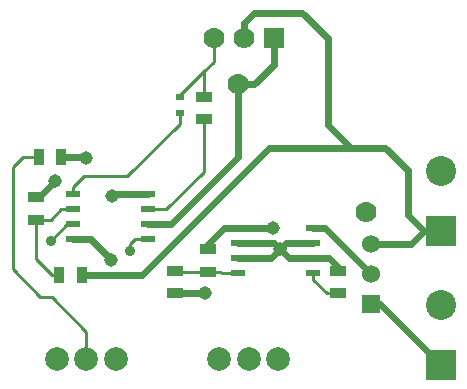
<source format=gtl>
G04 (created by PCBNEW (2013-07-07 BZR 4022)-stable) date 26/09/2015 17:58:38*
%MOIN*%
G04 Gerber Fmt 3.4, Leading zero omitted, Abs format*
%FSLAX34Y34*%
G01*
G70*
G90*
G04 APERTURE LIST*
%ADD10C,0.00393701*%
%ADD11R,0.045X0.02*%
%ADD12R,0.055X0.035*%
%ADD13R,0.035X0.055*%
%ADD14C,0.07*%
%ADD15R,0.06X0.06*%
%ADD16C,0.06*%
%ADD17R,0.1X0.1*%
%ADD18C,0.1*%
%ADD19R,0.07X0.07*%
%ADD20R,0.0275591X0.023622*%
%ADD21C,0.0787402*%
%ADD22C,0.045*%
%ADD23C,0.035*%
%ADD24C,0.024*%
%ADD25C,0.01*%
G04 APERTURE END LIST*
G54D10*
G54D11*
X52300Y-27150D03*
X52300Y-27650D03*
X52300Y-28150D03*
X52300Y-28650D03*
X49800Y-28650D03*
X49800Y-28150D03*
X49800Y-27650D03*
X49800Y-27150D03*
X46800Y-26025D03*
X46800Y-26525D03*
X46800Y-27025D03*
X46800Y-27525D03*
X44300Y-27525D03*
X44300Y-27025D03*
X44300Y-26525D03*
X44300Y-26025D03*
G54D12*
X47700Y-28575D03*
X47700Y-29325D03*
X48800Y-27850D03*
X48800Y-28600D03*
X53125Y-29325D03*
X53125Y-28575D03*
X48650Y-23525D03*
X48650Y-22775D03*
X43050Y-26875D03*
X43050Y-26125D03*
G54D13*
X44575Y-28725D03*
X43825Y-28725D03*
X43900Y-24775D03*
X43150Y-24775D03*
G54D14*
X49803Y-22353D03*
X54046Y-26596D03*
G54D15*
X54225Y-29675D03*
G54D16*
X54225Y-28675D03*
X54225Y-27675D03*
G54D17*
X56550Y-31700D03*
G54D18*
X56550Y-29700D03*
G54D17*
X56550Y-27250D03*
G54D18*
X56550Y-25250D03*
G54D14*
X48975Y-20825D03*
X49975Y-20825D03*
G54D19*
X50975Y-20825D03*
G54D20*
X47850Y-22774D03*
X47850Y-23325D03*
G54D21*
X50150Y-31525D03*
X51134Y-31525D03*
X49165Y-31525D03*
X44725Y-31525D03*
X45709Y-31525D03*
X43740Y-31525D03*
G54D22*
X44725Y-24825D03*
X50950Y-27150D03*
X45600Y-26075D03*
X48700Y-29325D03*
X43700Y-25575D03*
X51200Y-27850D03*
X45550Y-28200D03*
G54D23*
X46200Y-27925D03*
X43550Y-27575D03*
G54D24*
X44575Y-28725D02*
X46575Y-28725D01*
X51150Y-24475D02*
X53550Y-24475D01*
X50825Y-24475D02*
X51150Y-24475D01*
X46575Y-28725D02*
X50825Y-24475D01*
X54225Y-27675D02*
X55550Y-27675D01*
X55550Y-27675D02*
X55975Y-27250D01*
X55975Y-27250D02*
X56550Y-27250D01*
X49975Y-20825D02*
X49975Y-20325D01*
X55975Y-27250D02*
X56550Y-27250D01*
X55450Y-26725D02*
X55975Y-27250D01*
X55450Y-25225D02*
X55450Y-26725D01*
X54700Y-24475D02*
X55450Y-25225D01*
X53550Y-24475D02*
X54700Y-24475D01*
X52775Y-23700D02*
X53550Y-24475D01*
X52775Y-20825D02*
X52775Y-23700D01*
X51925Y-19975D02*
X52775Y-20825D01*
X50325Y-19975D02*
X51925Y-19975D01*
X49975Y-20325D02*
X50325Y-19975D01*
G54D25*
X47850Y-22774D02*
X47850Y-22725D01*
X47850Y-22725D02*
X48650Y-21925D01*
X48650Y-22775D02*
X48650Y-21925D01*
X48975Y-21600D02*
X48975Y-20825D01*
X48650Y-21925D02*
X48975Y-21600D01*
G54D24*
X53500Y-27950D02*
X52800Y-27250D01*
X54225Y-28675D02*
X53500Y-27950D01*
X52700Y-27150D02*
X52300Y-27150D01*
X52800Y-27250D02*
X52700Y-27150D01*
X43900Y-24775D02*
X44675Y-24775D01*
X44675Y-24775D02*
X44725Y-24825D01*
X48800Y-27850D02*
X48800Y-27675D01*
X49325Y-27150D02*
X49800Y-27150D01*
X48800Y-27675D02*
X49325Y-27150D01*
X49800Y-27150D02*
X50950Y-27150D01*
X46800Y-26025D02*
X45650Y-26025D01*
X45650Y-26025D02*
X45600Y-26075D01*
X47700Y-29325D02*
X48700Y-29325D01*
X43050Y-26125D02*
X43150Y-26125D01*
X43150Y-26125D02*
X43700Y-25575D01*
X53125Y-28575D02*
X53125Y-28450D01*
X52825Y-28150D02*
X52300Y-28150D01*
X53125Y-28450D02*
X52825Y-28150D01*
X52300Y-28150D02*
X51500Y-28150D01*
X51500Y-28150D02*
X51200Y-27850D01*
X49800Y-28150D02*
X50900Y-28150D01*
X50900Y-28150D02*
X51200Y-27850D01*
X49800Y-27650D02*
X51000Y-27650D01*
X51400Y-27650D02*
X51200Y-27850D01*
X51400Y-27650D02*
X52300Y-27650D01*
X51000Y-27650D02*
X51200Y-27850D01*
X44300Y-27525D02*
X44875Y-27525D01*
X44875Y-27525D02*
X45550Y-28200D01*
X54225Y-29675D02*
X54525Y-29675D01*
X54525Y-29675D02*
X56550Y-31700D01*
G54D25*
X48650Y-23525D02*
X48650Y-25275D01*
X47400Y-26525D02*
X46800Y-26525D01*
X48650Y-25275D02*
X47400Y-26525D01*
X46800Y-27525D02*
X46350Y-27525D01*
X46350Y-27525D02*
X46200Y-27675D01*
X46200Y-27925D02*
X46200Y-27675D01*
G54D24*
X46800Y-27025D02*
X47550Y-27025D01*
X49803Y-24771D02*
X49803Y-22353D01*
X47550Y-27025D02*
X49803Y-24771D01*
X50975Y-20825D02*
X50975Y-21700D01*
X50321Y-22353D02*
X49803Y-22353D01*
X50975Y-21700D02*
X50321Y-22353D01*
G54D25*
X53125Y-29325D02*
X52750Y-29325D01*
X52300Y-28875D02*
X52300Y-28650D01*
X52750Y-29325D02*
X52300Y-28875D01*
X48800Y-28600D02*
X47725Y-28600D01*
X47725Y-28600D02*
X47700Y-28575D01*
X48800Y-28600D02*
X49200Y-28600D01*
X49250Y-28650D02*
X49800Y-28650D01*
X49200Y-28600D02*
X49250Y-28650D01*
X49750Y-28600D02*
X49800Y-28650D01*
X43825Y-28725D02*
X43600Y-28725D01*
X43050Y-27725D02*
X43050Y-26875D01*
X43050Y-28175D02*
X43050Y-27725D01*
X43600Y-28725D02*
X43050Y-28175D01*
X43050Y-26875D02*
X43550Y-26875D01*
X43900Y-26525D02*
X44300Y-26525D01*
X43550Y-26875D02*
X43900Y-26525D01*
X47850Y-23325D02*
X47850Y-23675D01*
X44300Y-25775D02*
X44300Y-26025D01*
X44650Y-25425D02*
X44300Y-25775D01*
X46100Y-25425D02*
X44650Y-25425D01*
X47850Y-23675D02*
X46100Y-25425D01*
X43150Y-24775D02*
X42625Y-24775D01*
X44725Y-30600D02*
X43575Y-29450D01*
X43575Y-29450D02*
X43200Y-29450D01*
X43200Y-29450D02*
X42275Y-28525D01*
X42275Y-28525D02*
X42275Y-25550D01*
X44725Y-30600D02*
X44725Y-31525D01*
X42275Y-25125D02*
X42275Y-25550D01*
X42625Y-24775D02*
X42275Y-25125D01*
X44300Y-27025D02*
X44100Y-27025D01*
X44100Y-27025D02*
X43550Y-27575D01*
M02*

</source>
